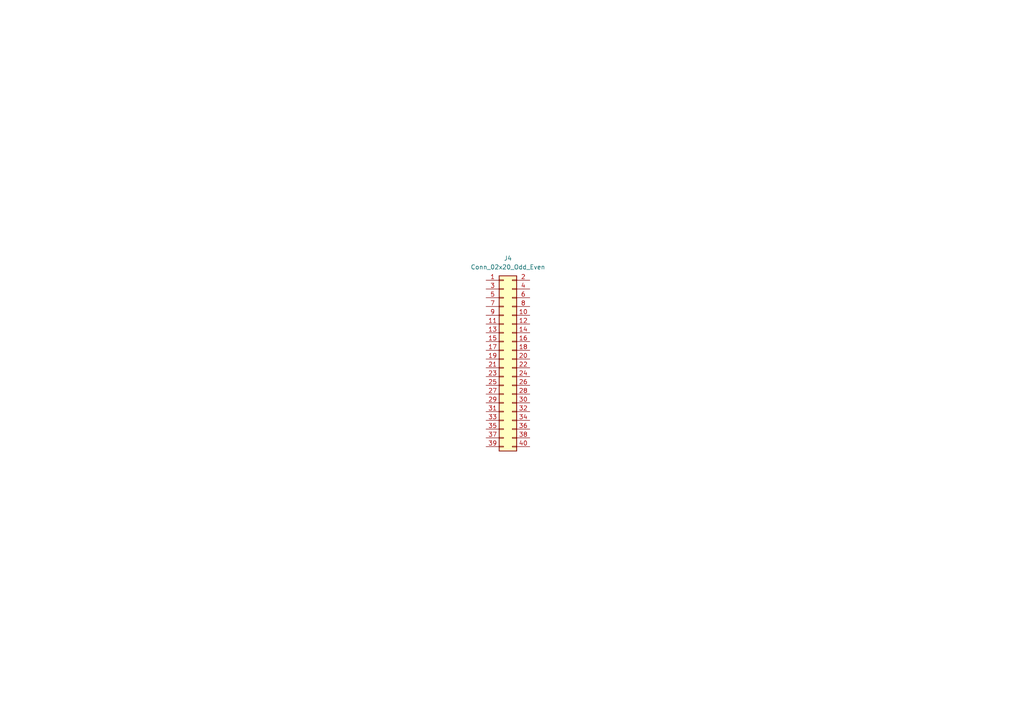
<source format=kicad_sch>
(kicad_sch (version 20250114) (generator "eeschema") (generator_version "9.0")
  (paper "A4")
  (lib_symbols
    (symbol "Connector_Generic:Conn_02x20_Odd_Even" (pin_names (offset 1.016) (hide yes))
      (property "Reference" "J" (at 1.27 25.4 0))
      (property "Value" "Conn_02x20_Odd_Even" (at 1.27 -27.94 0))
      (symbol "Conn_02x20_Odd_Even_1_1"
        (rectangle (start -1.27 24.13) (end 3.81 -26.67) (stroke (width 0.254)) (fill (type background)))
        (rectangle (start -1.27 22.987) (end 0 22.733) (stroke (width 0.1524)))
        (rectangle (start -1.27 20.447) (end 0 20.193) (stroke (width 0.1524)))
        (rectangle (start -1.27 17.907) (end 0 17.653) (stroke (width 0.1524)))
        (rectangle (start -1.27 15.367) (end 0 15.113) (stroke (width 0.1524)))
        (rectangle (start -1.27 12.827) (end 0 12.573) (stroke (width 0.1524)))
        (rectangle (start -1.27 10.287) (end 0 10.033) (stroke (width 0.1524)))
        (rectangle (start -1.27 7.747) (end 0 7.493) (stroke (width 0.1524)))
        (rectangle (start -1.27 5.207) (end 0 4.953) (stroke (width 0.1524)))
        (rectangle (start -1.27 2.667) (end 0 2.413) (stroke (width 0.1524)))
        (rectangle (start -1.27 0.127) (end 0 -0.127) (stroke (width 0.1524)))
        (rectangle (start -1.27 -2.413) (end 0 -2.667) (stroke (width 0.1524)))
        (rectangle (start -1.27 -4.953) (end 0 -5.207) (stroke (width 0.1524)))
        (rectangle (start -1.27 -7.493) (end 0 -7.747) (stroke (width 0.1524)))
        (rectangle (start -1.27 -10.033) (end 0 -10.287) (stroke (width 0.1524)))
        (rectangle (start -1.27 -12.573) (end 0 -12.827) (stroke (width 0.1524)))
        (rectangle (start -1.27 -15.113) (end 0 -15.367) (stroke (width 0.1524)))
        (rectangle (start -1.27 -17.653) (end 0 -17.907) (stroke (width 0.1524)))
        (rectangle (start -1.27 -20.193) (end 0 -20.447) (stroke (width 0.1524)))
        (rectangle (start -1.27 -22.733) (end 0 -22.987) (stroke (width 0.1524)))
        (rectangle (start -1.27 -25.273) (end 0 -25.527) (stroke (width 0.1524)))
        (rectangle (start 3.81 22.987) (end 2.54 22.733) (stroke (width 0.1524)))
        (rectangle (start 3.81 20.447) (end 2.54 20.193) (stroke (width 0.1524)))
        (rectangle (start 3.81 17.907) (end 2.54 17.653) (stroke (width 0.1524)))
        (rectangle (start 3.81 15.367) (end 2.54 15.113) (stroke (width 0.1524)))
        (rectangle (start 3.81 12.827) (end 2.54 12.573) (stroke (width 0.1524)))
        (rectangle (start 3.81 10.287) (end 2.54 10.033) (stroke (width 0.1524)))
        (rectangle (start 3.81 7.747) (end 2.54 7.493) (stroke (width 0.1524)))
        (rectangle (start 3.81 5.207) (end 2.54 4.953) (stroke (width 0.1524)))
        (rectangle (start 3.81 2.667) (end 2.54 2.413) (stroke (width 0.1524)))
        (rectangle (start 3.81 0.127) (end 2.54 -0.127) (stroke (width 0.1524)))
        (rectangle (start 3.81 -2.413) (end 2.54 -2.667) (stroke (width 0.1524)))
        (rectangle (start 3.81 -4.953) (end 2.54 -5.207) (stroke (width 0.1524)))
        (rectangle (start 3.81 -7.493) (end 2.54 -7.747) (stroke (width 0.1524)))
        (rectangle (start 3.81 -10.033) (end 2.54 -10.287) (stroke (width 0.1524)))
        (rectangle (start 3.81 -12.573) (end 2.54 -12.827) (stroke (width 0.1524)))
        (rectangle (start 3.81 -15.113) (end 2.54 -15.367) (stroke (width 0.1524)))
        (rectangle (start 3.81 -17.653) (end 2.54 -17.907) (stroke (width 0.1524)))
        (rectangle (start 3.81 -20.193) (end 2.54 -20.447) (stroke (width 0.1524)))
        (rectangle (start 3.81 -22.733) (end 2.54 -22.987) (stroke (width 0.1524)))
        (rectangle (start 3.81 -25.273) (end 2.54 -25.527) (stroke (width 0.1524)))
        (pin passive line (at -5.08 22.86 0) (length 3.81) (name "Pin_1") (number "1"))
        (pin passive line (at -5.08 20.32 0) (length 3.81) (name "Pin_3") (number "3"))
        (pin passive line (at -5.08 17.78 0) (length 3.81) (name "Pin_5") (number "5"))
        (pin passive line (at -5.08 15.24 0) (length 3.81) (name "Pin_7") (number "7"))
        (pin passive line (at -5.08 12.7 0) (length 3.81) (name "Pin_9") (number "9"))
        (pin passive line (at -5.08 10.16 0) (length 3.81) (name "Pin_11") (number "11"))
        (pin passive line (at -5.08 7.62 0) (length 3.81) (name "Pin_13") (number "13"))
        (pin passive line (at -5.08 5.08 0) (length 3.81) (name "Pin_15") (number "15"))
        (pin passive line (at -5.08 2.54 0) (length 3.81) (name "Pin_17") (number "17"))
        (pin passive line (at -5.08 0 0) (length 3.81) (name "Pin_19") (number "19"))
        (pin passive line (at -5.08 -2.54 0) (length 3.81) (name "Pin_21") (number "21"))
        (pin passive line (at -5.08 -5.08 0) (length 3.81) (name "Pin_23") (number "23"))
        (pin passive line (at -5.08 -7.62 0) (length 3.81) (name "Pin_25") (number "25"))
        (pin passive line (at -5.08 -10.16 0) (length 3.81) (name "Pin_27") (number "27"))
        (pin passive line (at -5.08 -12.7 0) (length 3.81) (name "Pin_29") (number "29"))
        (pin passive line (at -5.08 -15.24 0) (length 3.81) (name "Pin_31") (number "31"))
        (pin passive line (at -5.08 -17.78 0) (length 3.81) (name "Pin_33") (number "33"))
        (pin passive line (at -5.08 -20.32 0) (length 3.81) (name "Pin_35") (number "35"))
        (pin passive line (at -5.08 -22.86 0) (length 3.81) (name "Pin_37") (number "37"))
        (pin passive line (at -5.08 -25.4 0) (length 3.81) (name "Pin_39") (number "39"))
        (pin passive line (at 7.62 22.86 180) (length 3.81) (name "Pin_2") (number "2"))
        (pin passive line (at 7.62 20.32 180) (length 3.81) (name "Pin_4") (number "4"))
        (pin passive line (at 7.62 17.78 180) (length 3.81) (name "Pin_6") (number "6"))
        (pin passive line (at 7.62 15.24 180) (length 3.81) (name "Pin_8") (number "8"))
        (pin passive line (at 7.62 12.7 180) (length 3.81) (name "Pin_10") (number "10"))
        (pin passive line (at 7.62 10.16 180) (length 3.81) (name "Pin_12") (number "12"))
        (pin passive line (at 7.62 7.62 180) (length 3.81) (name "Pin_14") (number "14"))
        (pin passive line (at 7.62 5.08 180) (length 3.81) (name "Pin_16") (number "16"))
        (pin passive line (at 7.62 2.54 180) (length 3.81) (name "Pin_18") (number "18"))
        (pin passive line (at 7.62 0 180) (length 3.81) (name "Pin_20") (number "20"))
        (pin passive line (at 7.62 -2.54 180) (length 3.81) (name "Pin_22") (number "22"))
        (pin passive line (at 7.62 -5.08 180) (length 3.81) (name "Pin_24") (number "24"))
        (pin passive line (at 7.62 -7.62 180) (length 3.81) (name "Pin_26") (number "26"))
        (pin passive line (at 7.62 -10.16 180) (length 3.81) (name "Pin_28") (number "28"))
        (pin passive line (at 7.62 -12.7 180) (length 3.81) (name "Pin_30") (number "30"))
        (pin passive line (at 7.62 -15.24 180) (length 3.81) (name "Pin_32") (number "32"))
        (pin passive line (at 7.62 -17.78 180) (length 3.81) (name "Pin_34") (number "34"))
        (pin passive line (at 7.62 -20.32 180) (length 3.81) (name "Pin_36") (number "36"))
        (pin passive line (at 7.62 -22.86 180) (length 3.81) (name "Pin_38") (number "38"))
        (pin passive line (at 7.62 -25.4 180) (length 3.81) (name "Pin_40") (number "40"))
      )
    )
  )
  (symbol (lib_id "Connector_Generic:Conn_02x20_Odd_Even") (at 146.05 104.14 0) (unit 1)
    (property "Reference" "J4" (at 147.32 74.93 0))
    (property "Value" "Conn_02x20_Odd_Even" (at 147.32 77.47 0))
    (property "Footprint" "Connector_PinHeader_1.27mm:PinHeader_2x20_P1.27mm_Horizontal" (effects (hide yes)))
    (property "Description" "Generic connector, double row, 02x20, odd/even pin numbering scheme (row 1 odd numbers, row 2 even numbers), script generated (kicad-library-utils/schlib/autogen/connector/)" (effects (hide yes)))
  )
)
</source>
